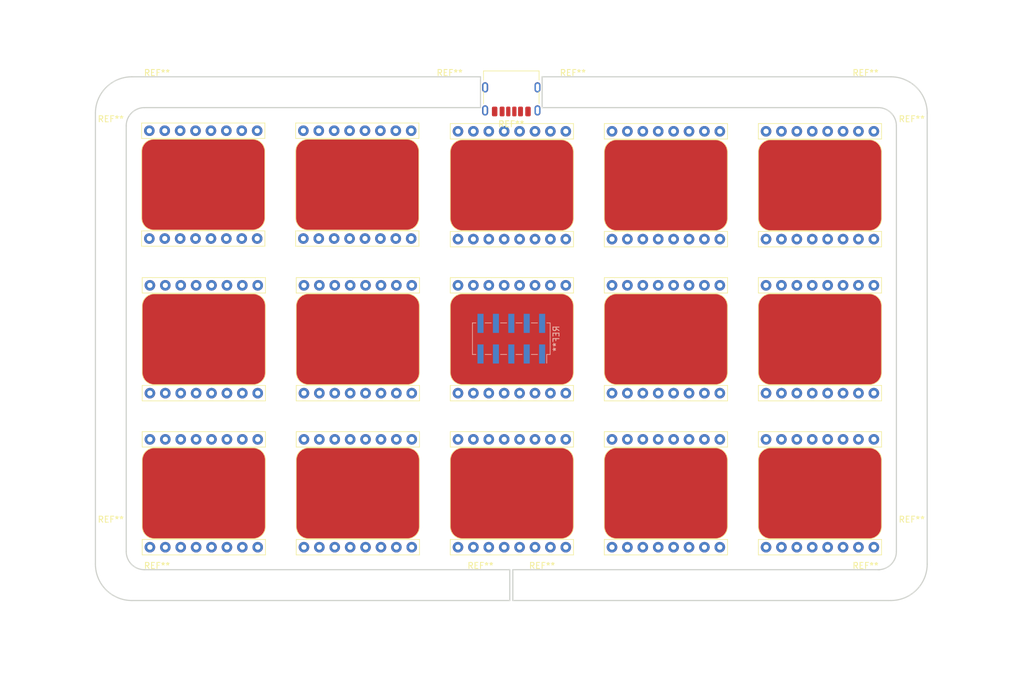
<source format=kicad_pcb>
(kicad_pcb (version 20240108) (generator "pcbnew") (generator_version "8.0")
  (title_block (title "5x3 sizing test") (date "2025-01-13") (rev "R1"))
  (layers (0 "F.Cu" signal) (31 "B.Cu" signal) (34 "B.Paste" user) (35 "F.Paste" user) (36 "B.SilkS" user "B.Silkscreen") (37 "F.SilkS" user "F.Silkscreen") (38 "B.Mask" user) (39 "F.Mask" user) (44 "Edge.Cuts" user))
  (net 0 "")
  (footprint "MountingHole:MountingHole_2.2mm_M2" (layer "F.Cu") (at 170.18 124.46)
    (property "Reference" "REF**" (at 0 -3.2 0) (layer "F.SilkS"))
    (property "Value" "MountingHole_2.2mm_M2")
    (pad "" np_thru_hole circle (at 0 0) (size 2.2 2.2) (drill 2.2) (layers "*.Cu" "*.Mask"))
  )
  (footprint "MiniBadge:MiniBadge_Slot_Reflective" (layer "F.Cu") (at 152.495 73.755)
    (property "Reference" "REF**9" (hide yes))
    (property "Value" "MiniBadge_Slot_Reflective")
    (fp_poly (pts (arc (start 20.320242 4.6667) (mid 19.734456 3.252486) (end 18.320242 2.6667)) (arc (start 2.000242 2.6667) (mid 0.586028 3.252486) (end 0.000242 4.6667)) (arc (start 0.000242 15.6527) (mid 0.586028 17.066914) (end 2.000242 17.6527)) (arc (start 18.320242 17.6527) (mid 19.734456 17.066914) (end 20.320242 15.6527))) (fill solid) (layer "F.Cu"))
    (pad "1" thru_hole circle (at 1.27 1.27) (size 1.75 1.75) (drill 0.85) (layers "*.Cu" "*.Mask"))
    (pad "2" thru_hole circle (at 3.81 1.27) (size 1.75 1.75) (drill 0.85) (layers "*.Cu" "*.Mask"))
    (pad "3" thru_hole circle (at 6.35 1.27) (size 1.75 1.75) (drill 0.85) (layers "*.Cu" "*.Mask"))
    (pad "4" thru_hole circle (at 8.89 1.27) (size 1.75 1.75) (drill 0.85) (layers "*.Cu" "*.Mask"))
    (pad "5" thru_hole circle (at 11.43 1.27) (size 1.75 1.75) (drill 0.85) (layers "*.Cu" "*.Mask"))
    (pad "6" thru_hole circle (at 13.97 1.27) (size 1.75 1.75) (drill 0.85) (layers "*.Cu" "*.Mask"))
    (pad "7" thru_hole circle (at 16.51 1.27) (size 1.75 1.75) (drill 0.85) (layers "*.Cu" "*.Mask"))
    (pad "8" thru_hole circle (at 19.05 1.27) (size 1.75 1.75) (drill 0.85) (layers "*.Cu" "*.Mask"))
    (pad "9" thru_hole circle (at 1.27 19.05) (size 1.75 1.75) (drill 0.85) (layers "*.Cu" "*.Mask"))
    (pad "10" thru_hole circle (at 3.81 19.05) (size 1.75 1.75) (drill 0.85) (layers "*.Cu" "*.Mask"))
    (pad "11" thru_hole circle (at 6.35 19.05) (size 1.75 1.75) (drill 0.85) (layers "*.Cu" "*.Mask"))
    (pad "12" thru_hole circle (at 8.89 19.05) (size 1.75 1.75) (drill 0.85) (layers "*.Cu" "*.Mask"))
    (pad "13" thru_hole circle (at 11.43 19.05) (size 1.75 1.75) (drill 0.85) (layers "*.Cu" "*.Mask"))
    (pad "14" thru_hole circle (at 13.97 19.05) (size 1.75 1.75) (drill 0.85) (layers "*.Cu" "*.Mask"))
    (pad "15" thru_hole circle (at 16.51 19.05) (size 1.75 1.75) (drill 0.85) (layers "*.Cu" "*.Mask"))
    (pad "16" thru_hole circle (at 19.05 19.05) (size 1.75 1.75) (drill 0.85) (layers "*.Cu" "*.Mask"))
  )
  (footprint "MountingHole:MountingHole_2.2mm_M2" (layer "F.Cu") (at 106.68 124.46)
    (property "Reference" "REF**" (at 0 -3.2 0) (layer "F.SilkS"))
    (property "Value" "MountingHole_2.2mm_M2")
    (pad "" np_thru_hole circle (at 0 0) (size 2.2 2.2) (drill 2.2) (layers "*.Cu" "*.Mask"))
  )
  (footprint "MiniBadge:MiniBadge_Slot_Reflective" (layer "F.Cu") (at 76.2 48.26)
    (property "Reference" "REF**1" (hide yes))
    (property "Value" "MiniBadge_Slot_Reflective")
    (fp_poly (pts (arc (start 20.320242 4.6667) (mid 19.734456 3.252486) (end 18.320242 2.6667)) (arc (start 2.000242 2.6667) (mid 0.586028 3.252486) (end 0.000242 4.6667)) (arc (start 0.000242 15.6527) (mid 0.586028 17.066914) (end 2.000242 17.6527)) (arc (start 18.320242 17.6527) (mid 19.734456 17.066914) (end 20.320242 15.6527))) (fill solid) (layer "F.Cu"))
    (pad "1" thru_hole circle (at 1.27 1.27) (size 1.75 1.75) (drill 0.85) (layers "*.Cu" "*.Mask"))
    (pad "2" thru_hole circle (at 3.81 1.27) (size 1.75 1.75) (drill 0.85) (layers "*.Cu" "*.Mask"))
    (pad "3" thru_hole circle (at 6.35 1.27) (size 1.75 1.75) (drill 0.85) (layers "*.Cu" "*.Mask"))
    (pad "4" thru_hole circle (at 8.89 1.27) (size 1.75 1.75) (drill 0.85) (layers "*.Cu" "*.Mask"))
    (pad "5" thru_hole circle (at 11.43 1.27) (size 1.75 1.75) (drill 0.85) (layers "*.Cu" "*.Mask"))
    (pad "6" thru_hole circle (at 13.97 1.27) (size 1.75 1.75) (drill 0.85) (layers "*.Cu" "*.Mask"))
    (pad "7" thru_hole circle (at 16.51 1.27) (size 1.75 1.75) (drill 0.85) (layers "*.Cu" "*.Mask"))
    (pad "8" thru_hole circle (at 19.05 1.27) (size 1.75 1.75) (drill 0.85) (layers "*.Cu" "*.Mask"))
    (pad "9" thru_hole circle (at 1.27 19.05) (size 1.75 1.75) (drill 0.85) (layers "*.Cu" "*.Mask"))
    (pad "10" thru_hole circle (at 3.81 19.05) (size 1.75 1.75) (drill 0.85) (layers "*.Cu" "*.Mask"))
    (pad "11" thru_hole circle (at 6.35 19.05) (size 1.75 1.75) (drill 0.85) (layers "*.Cu" "*.Mask"))
    (pad "12" thru_hole circle (at 8.89 19.05) (size 1.75 1.75) (drill 0.85) (layers "*.Cu" "*.Mask"))
    (pad "13" thru_hole circle (at 11.43 19.05) (size 1.75 1.75) (drill 0.85) (layers "*.Cu" "*.Mask"))
    (pad "14" thru_hole circle (at 13.97 19.05) (size 1.75 1.75) (drill 0.85) (layers "*.Cu" "*.Mask"))
    (pad "15" thru_hole circle (at 16.51 19.05) (size 1.75 1.75) (drill 0.85) (layers "*.Cu" "*.Mask"))
    (pad "16" thru_hole circle (at 19.05 19.05) (size 1.75 1.75) (drill 0.85) (layers "*.Cu" "*.Mask"))
  )
  (footprint "MountingHole:MountingHole_2.2mm_M2" (layer "F.Cu") (at 53.34 43.18)
    (property "Reference" "REF**" (at 0 -3.2 0) (layer "F.SilkS"))
    (property "Value" "MountingHole_2.2mm_M2")
    (pad "" np_thru_hole circle (at 0 0) (size 2.2 2.2) (drill 2.2) (layers "*.Cu" "*.Mask"))
  )
  (footprint "MountingHole:MountingHole_2.2mm_M2" (layer "F.Cu") (at 45.72 50.8)
    (property "Reference" "REF**" (at 0 -3.2 0) (layer "F.SilkS"))
    (property "Value" "MountingHole_2.2mm_M2")
    (pad "" np_thru_hole circle (at 0 0) (size 2.2 2.2) (drill 2.2) (layers "*.Cu" "*.Mask"))
  )
  (footprint "MiniBadge:MiniBadge_Slot_Reflective" (layer "F.Cu") (at 76.295 73.755)
    (property "Reference" "REF**6" (hide yes))
    (property "Value" "MiniBadge_Slot_Reflective")
    (fp_poly (pts (arc (start 20.320242 4.6667) (mid 19.734456 3.252486) (end 18.320242 2.6667)) (arc (start 2.000242 2.6667) (mid 0.586028 3.252486) (end 0.000242 4.6667)) (arc (start 0.000242 15.6527) (mid 0.586028 17.066914) (end 2.000242 17.6527)) (arc (start 18.320242 17.6527) (mid 19.734456 17.066914) (end 20.320242 15.6527))) (fill solid) (layer "F.Cu"))
    (pad "1" thru_hole circle (at 1.27 1.27) (size 1.75 1.75) (drill 0.85) (layers "*.Cu" "*.Mask"))
    (pad "2" thru_hole circle (at 3.81 1.27) (size 1.75 1.75) (drill 0.85) (layers "*.Cu" "*.Mask"))
    (pad "3" thru_hole circle (at 6.35 1.27) (size 1.75 1.75) (drill 0.85) (layers "*.Cu" "*.Mask"))
    (pad "4" thru_hole circle (at 8.89 1.27) (size 1.75 1.75) (drill 0.85) (layers "*.Cu" "*.Mask"))
    (pad "5" thru_hole circle (at 11.43 1.27) (size 1.75 1.75) (drill 0.85) (layers "*.Cu" "*.Mask"))
    (pad "6" thru_hole circle (at 13.97 1.27) (size 1.75 1.75) (drill 0.85) (layers "*.Cu" "*.Mask"))
    (pad "7" thru_hole circle (at 16.51 1.27) (size 1.75 1.75) (drill 0.85) (layers "*.Cu" "*.Mask"))
    (pad "8" thru_hole circle (at 19.05 1.27) (size 1.75 1.75) (drill 0.85) (layers "*.Cu" "*.Mask"))
    (pad "9" thru_hole circle (at 1.27 19.05) (size 1.75 1.75) (drill 0.85) (layers "*.Cu" "*.Mask"))
    (pad "10" thru_hole circle (at 3.81 19.05) (size 1.75 1.75) (drill 0.85) (layers "*.Cu" "*.Mask"))
    (pad "11" thru_hole circle (at 6.35 19.05) (size 1.75 1.75) (drill 0.85) (layers "*.Cu" "*.Mask"))
    (pad "12" thru_hole circle (at 8.89 19.05) (size 1.75 1.75) (drill 0.85) (layers "*.Cu" "*.Mask"))
    (pad "13" thru_hole circle (at 11.43 19.05) (size 1.75 1.75) (drill 0.85) (layers "*.Cu" "*.Mask"))
    (pad "14" thru_hole circle (at 13.97 19.05) (size 1.75 1.75) (drill 0.85) (layers "*.Cu" "*.Mask"))
    (pad "15" thru_hole circle (at 16.51 19.05) (size 1.75 1.75) (drill 0.85) (layers "*.Cu" "*.Mask"))
    (pad "16" thru_hole circle (at 19.05 19.05) (size 1.75 1.75) (drill 0.85) (layers "*.Cu" "*.Mask"))
  )
  (footprint "MountingHole:MountingHole_2.2mm_M2" (layer "F.Cu") (at 121.92 43.18)
    (property "Reference" "REF**" (at 0 -3.2 0) (layer "F.SilkS"))
    (property "Value" "MountingHole_2.2mm_M2")
    (pad "" np_thru_hole circle (at 0 0) (size 2.2 2.2) (drill 2.2) (layers "*.Cu" "*.Mask"))
  )
  (footprint "MountingHole:MountingHole_2.2mm_M2" (layer "F.Cu") (at 177.8 116.84)
    (property "Reference" "REF**" (at 0 -3.2 0) (layer "F.SilkS"))
    (property "Value" "MountingHole_2.2mm_M2")
    (pad "" np_thru_hole circle (at 0 0) (size 2.2 2.2) (drill 2.2) (layers "*.Cu" "*.Mask"))
  )
  (footprint "MountingHole:MountingHole_2.2mm_M2" (layer "F.Cu") (at 101.6 43.18)
    (property "Reference" "REF**" (at 0 -3.2 0) (layer "F.SilkS"))
    (property "Value" "MountingHole_2.2mm_M2")
    (pad "" np_thru_hole circle (at 0 0) (size 2.2 2.2) (drill 2.2) (layers "*.Cu" "*.Mask"))
  )
  (footprint "MountingHole:MountingHole_2.2mm_M2" (layer "F.Cu") (at 116.84 124.46)
    (property "Reference" "REF**" (at 0 -3.2 0) (layer "F.SilkS"))
    (property "Value" "MountingHole_2.2mm_M2")
    (pad "" np_thru_hole circle (at 0 0) (size 2.2 2.2) (drill 2.2) (layers "*.Cu" "*.Mask"))
  )
  (footprint "MountingHole:MountingHole_2.2mm_M2" (layer "F.Cu") (at 45.72 116.84)
    (property "Reference" "REF**" (at 0 -3.2 0) (layer "F.SilkS"))
    (property "Value" "MountingHole_2.2mm_M2")
    (pad "" np_thru_hole circle (at 0 0) (size 2.2 2.2) (drill 2.2) (layers "*.Cu" "*.Mask"))
  )
  (footprint "MiniBadge:MiniBadge_Slot_Reflective" (layer "F.Cu") (at 50.895 73.755)
    (property "Reference" "REF**5" (hide yes))
    (property "Value" "MiniBadge_Slot_Reflective")
    (fp_poly (pts (arc (start 20.320242 4.6667) (mid 19.734456 3.252486) (end 18.320242 2.6667)) (arc (start 2.000242 2.6667) (mid 0.586028 3.252486) (end 0.000242 4.6667)) (arc (start 0.000242 15.6527) (mid 0.586028 17.066914) (end 2.000242 17.6527)) (arc (start 18.320242 17.6527) (mid 19.734456 17.066914) (end 20.320242 15.6527))) (fill solid) (layer "F.Cu"))
    (pad "1" thru_hole circle (at 1.27 1.27) (size 1.75 1.75) (drill 0.85) (layers "*.Cu" "*.Mask"))
    (pad "2" thru_hole circle (at 3.81 1.27) (size 1.75 1.75) (drill 0.85) (layers "*.Cu" "*.Mask"))
    (pad "3" thru_hole circle (at 6.35 1.27) (size 1.75 1.75) (drill 0.85) (layers "*.Cu" "*.Mask"))
    (pad "4" thru_hole circle (at 8.89 1.27) (size 1.75 1.75) (drill 0.85) (layers "*.Cu" "*.Mask"))
    (pad "5" thru_hole circle (at 11.43 1.27) (size 1.75 1.75) (drill 0.85) (layers "*.Cu" "*.Mask"))
    (pad "6" thru_hole circle (at 13.97 1.27) (size 1.75 1.75) (drill 0.85) (layers "*.Cu" "*.Mask"))
    (pad "7" thru_hole circle (at 16.51 1.27) (size 1.75 1.75) (drill 0.85) (layers "*.Cu" "*.Mask"))
    (pad "8" thru_hole circle (at 19.05 1.27) (size 1.75 1.75) (drill 0.85) (layers "*.Cu" "*.Mask"))
    (pad "9" thru_hole circle (at 1.27 19.05) (size 1.75 1.75) (drill 0.85) (layers "*.Cu" "*.Mask"))
    (pad "10" thru_hole circle (at 3.81 19.05) (size 1.75 1.75) (drill 0.85) (layers "*.Cu" "*.Mask"))
    (pad "11" thru_hole circle (at 6.35 19.05) (size 1.75 1.75) (drill 0.85) (layers "*.Cu" "*.Mask"))
    (pad "12" thru_hole circle (at 8.89 19.05) (size 1.75 1.75) (drill 0.85) (layers "*.Cu" "*.Mask"))
    (pad "13" thru_hole circle (at 11.43 19.05) (size 1.75 1.75) (drill 0.85) (layers "*.Cu" "*.Mask"))
    (pad "14" thru_hole circle (at 13.97 19.05) (size 1.75 1.75) (drill 0.85) (layers "*.Cu" "*.Mask"))
    (pad "15" thru_hole circle (at 16.51 19.05) (size 1.75 1.75) (drill 0.85) (layers "*.Cu" "*.Mask"))
    (pad "16" thru_hole circle (at 19.05 19.05) (size 1.75 1.75) (drill 0.85) (layers "*.Cu" "*.Mask"))
  )
  (footprint "Connector_USB:USB_C_Receptacle_HRO_TYPE-C-31-M-17" (layer "F.Cu") (at 111.76 43.18 180)
    (property "Reference" "REF**" (at 0 -5.25 360) (layer "F.SilkS"))
    (property "Value" "USB_C_Receptacle_HRO_TYPE-C-31-M-17")
    (pad "A5" smd roundrect (at -0.5 -3.18 180) (size 0.7 1.6) (layers "F.Cu" "F.Paste" "F.Mask"))
    (pad "A9" smd roundrect (at 1.52 -3.18 180) (size 0.8 1.6) (layers "F.Cu" "F.Paste" "F.Mask"))
    (pad "A12" smd roundrect (at 2.75 -3.18 180) (size 0.9 1.6) (layers "F.Cu" "F.Paste" "F.Mask"))
    (pad "B5" smd roundrect (at 0.5 -3.18 180) (size 0.7 1.6) (layers "F.Cu" "F.Paste" "F.Mask"))
    (pad "B9" smd roundrect (at -1.52 -3.18 180) (size 0.8 1.6) (layers "F.Cu" "F.Paste" "F.Mask"))
    (pad "B12" smd roundrect (at -2.75 -3.18 180) (size 0.9 1.6) (layers "F.Cu" "F.Paste" "F.Mask"))
    (pad "S1" thru_hole oval (at -4.32 -3 180) (size 1 1.7) (drill oval 0.5 1.2) (property pad_prop_heatsink) (layers "*.Cu" "*.Mask"))
    (pad "S1" thru_hole oval (at -4.32 0.8 180) (size 1 1.7) (drill oval 0.5 1.2) (property pad_prop_heatsink) (layers "*.Cu" "*.Mask"))
    (pad "S1" thru_hole oval (at 4.32 -3 180) (size 1 1.7) (drill oval 0.5 1.2) (property pad_prop_heatsink) (layers "*.Cu" "*.Mask"))
    (pad "S1" thru_hole oval (at 4.32 0.8 180) (size 1 1.7) (drill oval 0.5 1.2) (property pad_prop_heatsink) (layers "*.Cu" "*.Mask"))
  )
  (footprint "MiniBadge:MiniBadge_Slot_Reflective" (layer "F.Cu") (at 50.8 48.26)
    (property "Reference" "REF**" (hide yes))
    (property "Value" "MiniBadge_Slot_Reflective")
    (fp_poly (pts (arc (start 20.320242 4.6667) (mid 19.734456 3.252486) (end 18.320242 2.6667)) (arc (start 2.000242 2.6667) (mid 0.586028 3.252486) (end 0.000242 4.6667)) (arc (start 0.000242 15.6527) (mid 0.586028 17.066914) (end 2.000242 17.6527)) (arc (start 18.320242 17.6527) (mid 19.734456 17.066914) (end 20.320242 15.6527))) (fill solid) (layer "F.Cu"))
    (pad "1" thru_hole circle (at 1.27 1.27) (size 1.75 1.75) (drill 0.85) (layers "*.Cu" "*.Mask"))
    (pad "2" thru_hole circle (at 3.81 1.27) (size 1.75 1.75) (drill 0.85) (layers "*.Cu" "*.Mask"))
    (pad "3" thru_hole circle (at 6.35 1.27) (size 1.75 1.75) (drill 0.85) (layers "*.Cu" "*.Mask"))
    (pad "4" thru_hole circle (at 8.89 1.27) (size 1.75 1.75) (drill 0.85) (layers "*.Cu" "*.Mask"))
    (pad "5" thru_hole circle (at 11.43 1.27) (size 1.75 1.75) (drill 0.85) (layers "*.Cu" "*.Mask"))
    (pad "6" thru_hole circle (at 13.97 1.27) (size 1.75 1.75) (drill 0.85) (layers "*.Cu" "*.Mask"))
    (pad "7" thru_hole circle (at 16.51 1.27) (size 1.75 1.75) (drill 0.85) (layers "*.Cu" "*.Mask"))
    (pad "8" thru_hole circle (at 19.05 1.27) (size 1.75 1.75) (drill 0.85) (layers "*.Cu" "*.Mask"))
    (pad "9" thru_hole circle (at 1.27 19.05) (size 1.75 1.75) (drill 0.85) (layers "*.Cu" "*.Mask"))
    (pad "10" thru_hole circle (at 3.81 19.05) (size 1.75 1.75) (drill 0.85) (layers "*.Cu" "*.Mask"))
    (pad "11" thru_hole circle (at 6.35 19.05) (size 1.75 1.75) (drill 0.85) (layers "*.Cu" "*.Mask"))
    (pad "12" thru_hole circle (at 8.89 19.05) (size 1.75 1.75) (drill 0.85) (layers "*.Cu" "*.Mask"))
    (pad "13" thru_hole circle (at 11.43 19.05) (size 1.75 1.75) (drill 0.85) (layers "*.Cu" "*.Mask"))
    (pad "14" thru_hole circle (at 13.97 19.05) (size 1.75 1.75) (drill 0.85) (layers "*.Cu" "*.Mask"))
    (pad "15" thru_hole circle (at 16.51 19.05) (size 1.75 1.75) (drill 0.85) (layers "*.Cu" "*.Mask"))
    (pad "16" thru_hole circle (at 19.05 19.05) (size 1.75 1.75) (drill 0.85) (layers "*.Cu" "*.Mask"))
  )
  (footprint "MiniBadge:MiniBadge_Slot_Reflective" (layer "F.Cu") (at 127.095 99.155)
    (property "Reference" "REF**13" (hide yes))
    (property "Value" "MiniBadge_Slot_Reflective")
    (fp_poly (pts (arc (start 20.320242 4.6667) (mid 19.734456 3.252486) (end 18.320242 2.6667)) (arc (start 2.000242 2.6667) (mid 0.586028 3.252486) (end 0.000242 4.6667)) (arc (start 0.000242 15.6527) (mid 0.586028 17.066914) (end 2.000242 17.6527)) (arc (start 18.320242 17.6527) (mid 19.734456 17.066914) (end 20.320242 15.6527))) (fill solid) (layer "F.Cu"))
    (pad "1" thru_hole circle (at 1.27 1.27) (size 1.75 1.75) (drill 0.85) (layers "*.Cu" "*.Mask"))
    (pad "2" thru_hole circle (at 3.81 1.27) (size 1.75 1.75) (drill 0.85) (layers "*.Cu" "*.Mask"))
    (pad "3" thru_hole circle (at 6.35 1.27) (size 1.75 1.75) (drill 0.85) (layers "*.Cu" "*.Mask"))
    (pad "4" thru_hole circle (at 8.89 1.27) (size 1.75 1.75) (drill 0.85) (layers "*.Cu" "*.Mask"))
    (pad "5" thru_hole circle (at 11.43 1.27) (size 1.75 1.75) (drill 0.85) (layers "*.Cu" "*.Mask"))
    (pad "6" thru_hole circle (at 13.97 1.27) (size 1.75 1.75) (drill 0.85) (layers "*.Cu" "*.Mask"))
    (pad "7" thru_hole circle (at 16.51 1.27) (size 1.75 1.75) (drill 0.85) (layers "*.Cu" "*.Mask"))
    (pad "8" thru_hole circle (at 19.05 1.27) (size 1.75 1.75) (drill 0.85) (layers "*.Cu" "*.Mask"))
    (pad "9" thru_hole circle (at 1.27 19.05) (size 1.75 1.75) (drill 0.85) (layers "*.Cu" "*.Mask"))
    (pad "10" thru_hole circle (at 3.81 19.05) (size 1.75 1.75) (drill 0.85) (layers "*.Cu" "*.Mask"))
    (pad "11" thru_hole circle (at 6.35 19.05) (size 1.75 1.75) (drill 0.85) (layers "*.Cu" "*.Mask"))
    (pad "12" thru_hole circle (at 8.89 19.05) (size 1.75 1.75) (drill 0.85) (layers "*.Cu" "*.Mask"))
    (pad "13" thru_hole circle (at 11.43 19.05) (size 1.75 1.75) (drill 0.85) (layers "*.Cu" "*.Mask"))
    (pad "14" thru_hole circle (at 13.97 19.05) (size 1.75 1.75) (drill 0.85) (layers "*.Cu" "*.Mask"))
    (pad "15" thru_hole circle (at 16.51 19.05) (size 1.75 1.75) (drill 0.85) (layers "*.Cu" "*.Mask"))
    (pad "16" thru_hole circle (at 19.05 19.05) (size 1.75 1.75) (drill 0.85) (layers "*.Cu" "*.Mask"))
  )
  (footprint "MiniBadge:MiniBadge_Slot_Reflective" (layer "F.Cu") (at 76.295 99.155)
    (property "Reference" "REF**11" (hide yes))
    (property "Value" "MiniBadge_Slot_Reflective")
    (fp_poly (pts (arc (start 20.320242 4.6667) (mid 19.734456 3.252486) (end 18.320242 2.6667)) (arc (start 2.000242 2.6667) (mid 0.586028 3.252486) (end 0.000242 4.6667)) (arc (start 0.000242 15.6527) (mid 0.586028 17.066914) (end 2.000242 17.6527)) (arc (start 18.320242 17.6527) (mid 19.734456 17.066914) (end 20.320242 15.6527))) (fill solid) (layer "F.Cu"))
    (pad "1" thru_hole circle (at 1.27 1.27) (size 1.75 1.75) (drill 0.85) (layers "*.Cu" "*.Mask"))
    (pad "2" thru_hole circle (at 3.81 1.27) (size 1.75 1.75) (drill 0.85) (layers "*.Cu" "*.Mask"))
    (pad "3" thru_hole circle (at 6.35 1.27) (size 1.75 1.75) (drill 0.85) (layers "*.Cu" "*.Mask"))
    (pad "4" thru_hole circle (at 8.89 1.27) (size 1.75 1.75) (drill 0.85) (layers "*.Cu" "*.Mask"))
    (pad "5" thru_hole circle (at 11.43 1.27) (size 1.75 1.75) (drill 0.85) (layers "*.Cu" "*.Mask"))
    (pad "6" thru_hole circle (at 13.97 1.27) (size 1.75 1.75) (drill 0.85) (layers "*.Cu" "*.Mask"))
    (pad "7" thru_hole circle (at 16.51 1.27) (size 1.75 1.75) (drill 0.85) (layers "*.Cu" "*.Mask"))
    (pad "8" thru_hole circle (at 19.05 1.27) (size 1.75 1.75) (drill 0.85) (layers "*.Cu" "*.Mask"))
    (pad "9" thru_hole circle (at 1.27 19.05) (size 1.75 1.75) (drill 0.85) (layers "*.Cu" "*.Mask"))
    (pad "10" thru_hole circle (at 3.81 19.05) (size 1.75 1.75) (drill 0.85) (layers "*.Cu" "*.Mask"))
    (pad "11" thru_hole circle (at 6.35 19.05) (size 1.75 1.75) (drill 0.85) (layers "*.Cu" "*.Mask"))
    (pad "12" thru_hole circle (at 8.89 19.05) (size 1.75 1.75) (drill 0.85) (layers "*.Cu" "*.Mask"))
    (pad "13" thru_hole circle (at 11.43 19.05) (size 1.75 1.75) (drill 0.85) (layers "*.Cu" "*.Mask"))
    (pad "14" thru_hole circle (at 13.97 19.05) (size 1.75 1.75) (drill 0.85) (layers "*.Cu" "*.Mask"))
    (pad "15" thru_hole circle (at 16.51 19.05) (size 1.75 1.75) (drill 0.85) (layers "*.Cu" "*.Mask"))
    (pad "16" thru_hole circle (at 19.05 19.05) (size 1.75 1.75) (drill 0.85) (layers "*.Cu" "*.Mask"))
  )
  (footprint "MountingHole:MountingHole_2.2mm_M2" (layer "F.Cu") (at 170.18 43.18)
    (property "Reference" "REF**" (at 0 -3.2 0) (layer "F.SilkS"))
    (property "Value" "MountingHole_2.2mm_M2")
    (pad "" np_thru_hole circle (at 0 0) (size 2.2 2.2) (drill 2.2) (layers "*.Cu" "*.Mask"))
  )
  (footprint "MiniBadge:MiniBadge_Slot_Reflective" (layer "F.Cu") (at 152.495 48.355)
    (property "Reference" "REF**4" (hide yes))
    (property "Value" "MiniBadge_Slot_Reflective")
    (fp_poly (pts (arc (start 20.320242 4.6667) (mid 19.734456 3.252486) (end 18.320242 2.6667)) (arc (start 2.000242 2.6667) (mid 0.586028 3.252486) (end 0.000242 4.6667)) (arc (start 0.000242 15.6527) (mid 0.586028 17.066914) (end 2.000242 17.6527)) (arc (start 18.320242 17.6527) (mid 19.734456 17.066914) (end 20.320242 15.6527))) (fill solid) (layer "F.Cu"))
    (pad "1" thru_hole circle (at 1.27 1.27) (size 1.75 1.75) (drill 0.85) (layers "*.Cu" "*.Mask"))
    (pad "2" thru_hole circle (at 3.81 1.27) (size 1.75 1.75) (drill 0.85) (layers "*.Cu" "*.Mask"))
    (pad "3" thru_hole circle (at 6.35 1.27) (size 1.75 1.75) (drill 0.85) (layers "*.Cu" "*.Mask"))
    (pad "4" thru_hole circle (at 8.89 1.27) (size 1.75 1.75) (drill 0.85) (layers "*.Cu" "*.Mask"))
    (pad "5" thru_hole circle (at 11.43 1.27) (size 1.75 1.75) (drill 0.85) (layers "*.Cu" "*.Mask"))
    (pad "6" thru_hole circle (at 13.97 1.27) (size 1.75 1.75) (drill 0.85) (layers "*.Cu" "*.Mask"))
    (pad "7" thru_hole circle (at 16.51 1.27) (size 1.75 1.75) (drill 0.85) (layers "*.Cu" "*.Mask"))
    (pad "8" thru_hole circle (at 19.05 1.27) (size 1.75 1.75) (drill 0.85) (layers "*.Cu" "*.Mask"))
    (pad "9" thru_hole circle (at 1.27 19.05) (size 1.75 1.75) (drill 0.85) (layers "*.Cu" "*.Mask"))
    (pad "10" thru_hole circle (at 3.81 19.05) (size 1.75 1.75) (drill 0.85) (layers "*.Cu" "*.Mask"))
    (pad "11" thru_hole circle (at 6.35 19.05) (size 1.75 1.75) (drill 0.85) (layers "*.Cu" "*.Mask"))
    (pad "12" thru_hole circle (at 8.89 19.05) (size 1.75 1.75) (drill 0.85) (layers "*.Cu" "*.Mask"))
    (pad "13" thru_hole circle (at 11.43 19.05) (size 1.75 1.75) (drill 0.85) (layers "*.Cu" "*.Mask"))
    (pad "14" thru_hole circle (at 13.97 19.05) (size 1.75 1.75) (drill 0.85) (layers "*.Cu" "*.Mask"))
    (pad "15" thru_hole circle (at 16.51 19.05) (size 1.75 1.75) (drill 0.85) (layers "*.Cu" "*.Mask"))
    (pad "16" thru_hole circle (at 19.05 19.05) (size 1.75 1.75) (drill 0.85) (layers "*.Cu" "*.Mask"))
  )
  (footprint "MiniBadge:MiniBadge_Slot_Reflective" (layer "F.Cu") (at 101.695 99.155)
    (property "Reference" "REF**12" (hide yes))
    (property "Value" "MiniBadge_Slot_Reflective")
    (fp_poly (pts (arc (start 20.320242 4.6667) (mid 19.734456 3.252486) (end 18.320242 2.6667)) (arc (start 2.000242 2.6667) (mid 0.586028 3.252486) (end 0.000242 4.6667)) (arc (start 0.000242 15.6527) (mid 0.586028 17.066914) (end 2.000242 17.6527)) (arc (start 18.320242 17.6527) (mid 19.734456 17.066914) (end 20.320242 15.6527))) (fill solid) (layer "F.Cu"))
    (pad "1" thru_hole circle (at 1.27 1.27) (size 1.75 1.75) (drill 0.85) (layers "*.Cu" "*.Mask"))
    (pad "2" thru_hole circle (at 3.81 1.27) (size 1.75 1.75) (drill 0.85) (layers "*.Cu" "*.Mask"))
    (pad "3" thru_hole circle (at 6.35 1.27) (size 1.75 1.75) (drill 0.85) (layers "*.Cu" "*.Mask"))
    (pad "4" thru_hole circle (at 8.89 1.27) (size 1.75 1.75) (drill 0.85) (layers "*.Cu" "*.Mask"))
    (pad "5" thru_hole circle (at 11.43 1.27) (size 1.75 1.75) (drill 0.85) (layers "*.Cu" "*.Mask"))
    (pad "6" thru_hole circle (at 13.97 1.27) (size 1.75 1.75) (drill 0.85) (layers "*.Cu" "*.Mask"))
    (pad "7" thru_hole circle (at 16.51 1.27) (size 1.75 1.75) (drill 0.85) (layers "*.Cu" "*.Mask"))
    (pad "8" thru_hole circle (at 19.05 1.27) (size 1.75 1.75) (drill 0.85) (layers "*.Cu" "*.Mask"))
    (pad "9" thru_hole circle (at 1.27 19.05) (size 1.75 1.75) (drill 0.85) (layers "*.Cu" "*.Mask"))
    (pad "10" thru_hole circle (at 3.81 19.05) (size 1.75 1.75) (drill 0.85) (layers "*.Cu" "*.Mask"))
    (pad "11" thru_hole circle (at 6.35 19.05) (size 1.75 1.75) (drill 0.85) (layers "*.Cu" "*.Mask"))
    (pad "12" thru_hole circle (at 8.89 19.05) (size 1.75 1.75) (drill 0.85) (layers "*.Cu" "*.Mask"))
    (pad "13" thru_hole circle (at 11.43 19.05) (size 1.75 1.75) (drill 0.85) (layers "*.Cu" "*.Mask"))
    (pad "14" thru_hole circle (at 13.97 19.05) (size 1.75 1.75) (drill 0.85) (layers "*.Cu" "*.Mask"))
    (pad "15" thru_hole circle (at 16.51 19.05) (size 1.75 1.75) (drill 0.85) (layers "*.Cu" "*.Mask"))
    (pad "16" thru_hole circle (at 19.05 19.05) (size 1.75 1.75) (drill 0.85) (layers "*.Cu" "*.Mask"))
  )
  (footprint "MiniBadge:MiniBadge_Slot_Reflective" (layer "F.Cu") (at 101.695 73.755)
    (property "Reference" "REF**7" (hide yes))
    (property "Value" "MiniBadge_Slot_Reflective")
    (fp_poly (pts (arc (start 20.320242 4.6667) (mid 19.734456 3.252486) (end 18.320242 2.6667)) (arc (start 2.000242 2.6667) (mid 0.586028 3.252486) (end 0.000242 4.6667)) (arc (start 0.000242 15.6527) (mid 0.586028 17.066914) (end 2.000242 17.6527)) (arc (start 18.320242 17.6527) (mid 19.734456 17.066914) (end 20.320242 15.6527))) (fill solid) (layer "F.Cu"))
    (pad "1" thru_hole circle (at 1.27 1.27) (size 1.75 1.75) (drill 0.85) (layers "*.Cu" "*.Mask"))
    (pad "2" thru_hole circle (at 3.81 1.27) (size 1.75 1.75) (drill 0.85) (layers "*.Cu" "*.Mask"))
    (pad "3" thru_hole circle (at 6.35 1.27) (size 1.75 1.75) (drill 0.85) (layers "*.Cu" "*.Mask"))
    (pad "4" thru_hole circle (at 8.89 1.27) (size 1.75 1.75) (drill 0.85) (layers "*.Cu" "*.Mask"))
    (pad "5" thru_hole circle (at 11.43 1.27) (size 1.75 1.75) (drill 0.85) (layers "*.Cu" "*.Mask"))
    (pad "6" thru_hole circle (at 13.97 1.27) (size 1.75 1.75) (drill 0.85) (layers "*.Cu" "*.Mask"))
    (pad "7" thru_hole circle (at 16.51 1.27) (size 1.75 1.75) (drill 0.85) (layers "*.Cu" "*.Mask"))
    (pad "8" thru_hole circle (at 19.05 1.27) (size 1.75 1.75) (drill 0.85) (layers "*.Cu" "*.Mask"))
    (pad "9" thru_hole circle (at 1.27 19.05) (size 1.75 1.75) (drill 0.85) (layers "*.Cu" "*.Mask"))
    (pad "10" thru_hole circle (at 3.81 19.05) (size 1.75 1.75) (drill 0.85) (layers "*.Cu" "*.Mask"))
    (pad "11" thru_hole circle (at 6.35 19.05) (size 1.75 1.75) (drill 0.85) (layers "*.Cu" "*.Mask"))
    (pad "12" thru_hole circle (at 8.89 19.05) (size 1.75 1.75) (drill 0.85) (layers "*.Cu" "*.Mask"))
    (pad "13" thru_hole circle (at 11.43 19.05) (size 1.75 1.75) (drill 0.85) (layers "*.Cu" "*.Mask"))
    (pad "14" thru_hole circle (at 13.97 19.05) (size 1.75 1.75) (drill 0.85) (layers "*.Cu" "*.Mask"))
    (pad "15" thru_hole circle (at 16.51 19.05) (size 1.75 1.75) (drill 0.85) (layers "*.Cu" "*.Mask"))
    (pad "16" thru_hole circle (at 19.05 19.05) (size 1.75 1.75) (drill 0.85) (layers "*.Cu" "*.Mask"))
  )
  (footprint "MountingHole:MountingHole_2.2mm_M2" (layer "F.Cu") (at 177.8 50.8)
    (property "Reference" "REF**" (at 0 -3.2 0) (layer "F.SilkS"))
    (property "Value" "MountingHole_2.2mm_M2")
    (pad "" np_thru_hole circle (at 0 0) (size 2.2 2.2) (drill 2.2) (layers "*.Cu" "*.Mask"))
  )
  (footprint "MiniBadge:MiniBadge_Slot_Reflective" (layer "F.Cu") (at 152.495 99.155)
    (property "Reference" "REF**14" (hide yes))
    (property "Value" "MiniBadge_Slot_Reflective")
    (fp_poly (pts (arc (start 20.320242 4.6667) (mid 19.734456 3.252486) (end 18.320242 2.6667)) (arc (start 2.000242 2.6667) (mid 0.586028 3.252486) (end 0.000242 4.6667)) (arc (start 0.000242 15.6527) (mid 0.586028 17.066914) (end 2.000242 17.6527)) (arc (start 18.320242 17.6527) (mid 19.734456 17.066914) (end 20.320242 15.6527))) (fill solid) (layer "F.Cu"))
    (pad "1" thru_hole circle (at 1.27 1.27) (size 1.75 1.75) (drill 0.85) (layers "*.Cu" "*.Mask"))
    (pad "2" thru_hole circle (at 3.81 1.27) (size 1.75 1.75) (drill 0.85) (layers "*.Cu" "*.Mask"))
    (pad "3" thru_hole circle (at 6.35 1.27) (size 1.75 1.75) (drill 0.85) (layers "*.Cu" "*.Mask"))
    (pad "4" thru_hole circle (at 8.89 1.27) (size 1.75 1.75) (drill 0.85) (layers "*.Cu" "*.Mask"))
    (pad "5" thru_hole circle (at 11.43 1.27) (size 1.75 1.75) (drill 0.85) (layers "*.Cu" "*.Mask"))
    (pad "6" thru_hole circle (at 13.97 1.27) (size 1.75 1.75) (drill 0.85) (layers "*.Cu" "*.Mask"))
    (pad "7" thru_hole circle (at 16.51 1.27) (size 1.75 1.75) (drill 0.85) (layers "*.Cu" "*.Mask"))
    (pad "8" thru_hole circle (at 19.05 1.27) (size 1.75 1.75) (drill 0.85) (layers "*.Cu" "*.Mask"))
    (pad "9" thru_hole circle (at 1.27 19.05) (size 1.75 1.75) (drill 0.85) (layers "*.Cu" "*.Mask"))
    (pad "10" thru_hole circle (at 3.81 19.05) (size 1.75 1.75) (drill 0.85) (layers "*.Cu" "*.Mask"))
    (pad "11" thru_hole circle (at 6.35 19.05) (size 1.75 1.75) (drill 0.85) (layers "*.Cu" "*.Mask"))
    (pad "12" thru_hole circle (at 8.89 19.05) (size 1.75 1.75) (drill 0.85) (layers "*.Cu" "*.Mask"))
    (pad "13" thru_hole circle (at 11.43 19.05) (size 1.75 1.75) (drill 0.85) (layers "*.Cu" "*.Mask"))
    (pad "14" thru_hole circle (at 13.97 19.05) (size 1.75 1.75) (drill 0.85) (layers "*.Cu" "*.Mask"))
    (pad "15" thru_hole circle (at 16.51 19.05) (size 1.75 1.75) (drill 0.85) (layers "*.Cu" "*.Mask"))
    (pad "16" thru_hole circle (at 19.05 19.05) (size 1.75 1.75) (drill 0.85) (layers "*.Cu" "*.Mask"))
  )
  (footprint "MiniBadge:MiniBadge_Slot_Reflective" (layer "F.Cu") (at 50.895 99.155)
    (property "Reference" "REF**10" (hide yes))
    (property "Value" "MiniBadge_Slot_Reflective")
    (fp_poly (pts (arc (start 20.320242 4.6667) (mid 19.734456 3.252486) (end 18.320242 2.6667)) (arc (start 2.000242 2.6667) (mid 0.586028 3.252486) (end 0.000242 4.6667)) (arc (start 0.000242 15.6527) (mid 0.586028 17.066914) (end 2.000242 17.6527)) (arc (start 18.320242 17.6527) (mid 19.734456 17.066914) (end 20.320242 15.6527))) (fill solid) (layer "F.Cu"))
    (pad "1" thru_hole circle (at 1.27 1.27) (size 1.75 1.75) (drill 0.85) (layers "*.Cu" "*.Mask"))
    (pad "2" thru_hole circle (at 3.81 1.27) (size 1.75 1.75) (drill 0.85) (layers "*.Cu" "*.Mask"))
    (pad "3" thru_hole circle (at 6.35 1.27) (size 1.75 1.75) (drill 0.85) (layers "*.Cu" "*.Mask"))
    (pad "4" thru_hole circle (at 8.89 1.27) (size 1.75 1.75) (drill 0.85) (layers "*.Cu" "*.Mask"))
    (pad "5" thru_hole circle (at 11.43 1.27) (size 1.75 1.75) (drill 0.85) (layers "*.Cu" "*.Mask"))
    (pad "6" thru_hole circle (at 13.97 1.27) (size 1.75 1.75) (drill 0.85) (layers "*.Cu" "*.Mask"))
    (pad "7" thru_hole circle (at 16.51 1.27) (size 1.75 1.75) (drill 0.85) (layers "*.Cu" "*.Mask"))
    (pad "8" thru_hole circle (at 19.05 1.27) (size 1.75 1.75) (drill 0.85) (layers "*.Cu" "*.Mask"))
    (pad "9" thru_hole circle (at 1.27 19.05) (size 1.75 1.75) (drill 0.85) (layers "*.Cu" "*.Mask"))
    (pad "10" thru_hole circle (at 3.81 19.05) (size 1.75 1.75) (drill 0.85) (layers "*.Cu" "*.Mask"))
    (pad "11" thru_hole circle (at 6.35 19.05) (size 1.75 1.75) (drill 0.85) (layers "*.Cu" "*.Mask"))
    (pad "12" thru_hole circle (at 8.89 19.05) (size 1.75 1.75) (drill 0.85) (layers "*.Cu" "*.Mask"))
    (pad "13" thru_hole circle (at 11.43 19.05) (size 1.75 1.75) (drill 0.85) (layers "*.Cu" "*.Mask"))
    (pad "14" thru_hole circle (at 13.97 19.05) (size 1.75 1.75) (drill 0.85) (layers "*.Cu" "*.Mask"))
    (pad "15" thru_hole circle (at 16.51 19.05) (size 1.75 1.75) (drill 0.85) (layers "*.Cu" "*.Mask"))
    (pad "16" thru_hole circle (at 19.05 19.05) (size 1.75 1.75) (drill 0.85) (layers "*.Cu" "*.Mask"))
  )
  (footprint "MiniBadge:MiniBadge_Slot_Reflective" (layer "F.Cu") (at 127.095 48.355)
    (property "Reference" "REF**3" (hide yes))
    (property "Value" "MiniBadge_Slot_Reflective")
    (fp_poly (pts (arc (start 20.320242 4.6667) (mid 19.734456 3.252486) (end 18.320242 2.6667)) (arc (start 2.000242 2.6667) (mid 0.586028 3.252486) (end 0.000242 4.6667)) (arc (start 0.000242 15.6527) (mid 0.586028 17.066914) (end 2.000242 17.6527)) (arc (start 18.320242 17.6527) (mid 19.734456 17.066914) (end 20.320242 15.6527))) (fill solid) (layer "F.Cu"))
    (pad "1" thru_hole circle (at 1.27 1.27) (size 1.75 1.75) (drill 0.85) (layers "*.Cu" "*.Mask"))
    (pad "2" thru_hole circle (at 3.81 1.27) (size 1.75 1.75) (drill 0.85) (layers "*.Cu" "*.Mask"))
    (pad "3" thru_hole circle (at 6.35 1.27) (size 1.75 1.75) (drill 0.85) (layers "*.Cu" "*.Mask"))
    (pad "4" thru_hole circle (at 8.89 1.27) (size 1.75 1.75) (drill 0.85) (layers "*.Cu" "*.Mask"))
    (pad "5" thru_hole circle (at 11.43 1.27) (size 1.75 1.75) (drill 0.85) (layers "*.Cu" "*.Mask"))
    (pad "6" thru_hole circle (at 13.97 1.27) (size 1.75 1.75) (drill 0.85) (layers "*.Cu" "*.Mask"))
    (pad "7" thru_hole circle (at 16.51 1.27) (size 1.75 1.75) (drill 0.85) (layers "*.Cu" "*.Mask"))
    (pad "8" thru_hole circle (at 19.05 1.27) (size 1.75 1.75) (drill 0.85) (layers "*.Cu" "*.Mask"))
    (pad "9" thru_hole circle (at 1.27 19.05) (size 1.75 1.75) (drill 0.85) (layers "*.Cu" "*.Mask"))
    (pad "10" thru_hole circle (at 3.81 19.05) (size 1.75 1.75) (drill 0.85) (layers "*.Cu" "*.Mask"))
    (pad "11" thru_hole circle (at 6.35 19.05) (size 1.75 1.75) (drill 0.85) (layers "*.Cu" "*.Mask"))
    (pad "12" thru_hole circle (at 8.89 19.05) (size 1.75 1.75) (drill 0.85) (layers "*.Cu" "*.Mask"))
    (pad "13" thru_hole circle (at 11.43 19.05) (size 1.75 1.75) (drill 0.85) (layers "*.Cu" "*.Mask"))
    (pad "14" thru_hole circle (at 13.97 19.05) (size 1.75 1.75) (drill 0.85) (layers "*.Cu" "*.Mask"))
    (pad "15" thru_hole circle (at 16.51 19.05) (size 1.75 1.75) (drill 0.85) (layers "*.Cu" "*.Mask"))
    (pad "16" thru_hole circle (at 19.05 19.05) (size 1.75 1.75) (drill 0.85) (layers "*.Cu" "*.Mask"))
  )
  (footprint "MountingHole:MountingHole_2.2mm_M2" (layer "F.Cu") (at 53.34 124.46)
    (property "Reference" "REF**" (at 0 -3.2 0) (layer "F.SilkS"))
    (property "Value" "MountingHole_2.2mm_M2")
    (pad "" np_thru_hole circle (at 0 0) (size 2.2 2.2) (drill 2.2) (layers "*.Cu" "*.Mask"))
  )
  (footprint "MiniBadge:MiniBadge_Slot_Reflective" (layer "F.Cu") (at 101.695 48.355)
    (property "Reference" "REF**2" (hide yes))
    (property "Value" "MiniBadge_Slot_Reflective")
    (fp_poly (pts (arc (start 20.320242 4.6667) (mid 19.734456 3.252486) (end 18.320242 2.6667)) (arc (start 2.000242 2.6667) (mid 0.586028 3.252486) (end 0.000242 4.6667)) (arc (start 0.000242 15.6527) (mid 0.586028 17.066914) (end 2.000242 17.6527)) (arc (start 18.320242 17.6527) (mid 19.734456 17.066914) (end 20.320242 15.6527))) (fill solid) (layer "F.Cu"))
    (pad "1" thru_hole circle (at 1.27 1.27) (size 1.75 1.75) (drill 0.85) (layers "*.Cu" "*.Mask"))
    (pad "2" thru_hole circle (at 3.81 1.27) (size 1.75 1.75) (drill 0.85) (layers "*.Cu" "*.Mask"))
    (pad "3" thru_hole circle (at 6.35 1.27) (size 1.75 1.75) (drill 0.85) (layers "*.Cu" "*.Mask"))
    (pad "4" thru_hole circle (at 8.89 1.27) (size 1.75 1.75) (drill 0.85) (layers "*.Cu" "*.Mask"))
    (pad "5" thru_hole circle (at 11.43 1.27) (size 1.75 1.75) (drill 0.85) (layers "*.Cu" "*.Mask"))
    (pad "6" thru_hole circle (at 13.97 1.27) (size 1.75 1.75) (drill 0.85) (layers "*.Cu" "*.Mask"))
    (pad "7" thru_hole circle (at 16.51 1.27) (size 1.75 1.75) (drill 0.85) (layers "*.Cu" "*.Mask"))
    (pad "8" thru_hole circle (at 19.05 1.27) (size 1.75 1.75) (drill 0.85) (layers "*.Cu" "*.Mask"))
    (pad "9" thru_hole circle (at 1.27 19.05) (size 1.75 1.75) (drill 0.85) (layers "*.Cu" "*.Mask"))
    (pad "10" thru_hole circle (at 3.81 19.05) (size 1.75 1.75) (drill 0.85) (layers "*.Cu" "*.Mask"))
    (pad "11" thru_hole circle (at 6.35 19.05) (size 1.75 1.75) (drill 0.85) (layers "*.Cu" "*.Mask"))
    (pad "12" thru_hole circle (at 8.89 19.05) (size 1.75 1.75) (drill 0.85) (layers "*.Cu" "*.Mask"))
    (pad "13" thru_hole circle (at 11.43 19.05) (size 1.75 1.75) (drill 0.85) (layers "*.Cu" "*.Mask"))
    (pad "14" thru_hole circle (at 13.97 19.05) (size 1.75 1.75) (drill 0.85) (layers "*.Cu" "*.Mask"))
    (pad "15" thru_hole circle (at 16.51 19.05) (size 1.75 1.75) (drill 0.85) (layers "*.Cu" "*.Mask"))
    (pad "16" thru_hole circle (at 19.05 19.05) (size 1.75 1.75) (drill 0.85) (layers "*.Cu" "*.Mask"))
  )
  (footprint "MiniBadge:MiniBadge_Slot_Reflective" (layer "F.Cu") (at 127.095 73.755)
    (property "Reference" "REF**8" (hide yes))
    (property "Value" "MiniBadge_Slot_Reflective")
    (fp_poly (pts (arc (start 20.320242 4.6667) (mid 19.734456 3.252486) (end 18.320242 2.6667)) (arc (start 2.000242 2.6667) (mid 0.586028 3.252486) (end 0.000242 4.6667)) (arc (start 0.000242 15.6527) (mid 0.586028 17.066914) (end 2.000242 17.6527)) (arc (start 18.320242 17.6527) (mid 19.734456 17.066914) (end 20.320242 15.6527))) (fill solid) (layer "F.Cu"))
    (pad "1" thru_hole circle (at 1.27 1.27) (size 1.75 1.75) (drill 0.85) (layers "*.Cu" "*.Mask"))
    (pad "2" thru_hole circle (at 3.81 1.27) (size 1.75 1.75) (drill 0.85) (layers "*.Cu" "*.Mask"))
    (pad "3" thru_hole circle (at 6.35 1.27) (size 1.75 1.75) (drill 0.85) (layers "*.Cu" "*.Mask"))
    (pad "4" thru_hole circle (at 8.89 1.27) (size 1.75 1.75) (drill 0.85) (layers "*.Cu" "*.Mask"))
    (pad "5" thru_hole circle (at 11.43 1.27) (size 1.75 1.75) (drill 0.85) (layers "*.Cu" "*.Mask"))
    (pad "6" thru_hole circle (at 13.97 1.27) (size 1.75 1.75) (drill 0.85) (layers "*.Cu" "*.Mask"))
    (pad "7" thru_hole circle (at 16.51 1.27) (size 1.75 1.75) (drill 0.85) (layers "*.Cu" "*.Mask"))
    (pad "8" thru_hole circle (at 19.05 1.27) (size 1.75 1.75) (drill 0.85) (layers "*.Cu" "*.Mask"))
    (pad "9" thru_hole circle (at 1.27 19.05) (size 1.75 1.75) (drill 0.85) (layers "*.Cu" "*.Mask"))
    (pad "10" thru_hole circle (at 3.81 19.05) (size 1.75 1.75) (drill 0.85) (layers "*.Cu" "*.Mask"))
    (pad "11" thru_hole circle (at 6.35 19.05) (size 1.75 1.75) (drill 0.85) (layers "*.Cu" "*.Mask"))
    (pad "12" thru_hole circle (at 8.89 19.05) (size 1.75 1.75) (drill 0.85) (layers "*.Cu" "*.Mask"))
    (pad "13" thru_hole circle (at 11.43 19.05) (size 1.75 1.75) (drill 0.85) (layers "*.Cu" "*.Mask"))
    (pad "14" thru_hole circle (at 13.97 19.05) (size 1.75 1.75) (drill 0.85) (layers "*.Cu" "*.Mask"))
    (pad "15" thru_hole circle (at 16.51 19.05) (size 1.75 1.75) (drill 0.85) (layers "*.Cu" "*.Mask"))
    (pad "16" thru_hole circle (at 19.05 19.05) (size 1.75 1.75) (drill 0.85) (layers "*.Cu" "*.Mask"))
  )
  (footprint "Connector_PinHeader_2.54mm:PinHeader_2x05_P2.54mm_Vertical_SMD" (layer "B.Cu") (at 111.76 83.82 90)
    (property "Reference" "REF**" (at 0 7.41 90) (layer "B.SilkS") (effects (justify mirror)))
    (property "Value" "PinHeader_2x05_P2.54mm_Vertical_SMD")
    (pad "1" smd rect (at -2.525 5.08 90) (size 3.15 1) (layers "B.Cu" "B.Paste" "B.Mask"))
    (pad "2" smd rect (at 2.525 5.08 90) (size 3.15 1) (layers "B.Cu" "B.Paste" "B.Mask"))
    (pad "3" smd rect (at -2.525 2.54 90) (size 3.15 1) (layers "B.Cu" "B.Paste" "B.Mask"))
    (pad "4" smd rect (at 2.525 2.54 90) (size 3.15 1) (layers "B.Cu" "B.Paste" "B.Mask"))
    (pad "5" smd rect (at -2.525 0 90) (size 3.15 1) (layers "B.Cu" "B.Paste" "B.Mask"))
    (pad "6" smd rect (at 2.525 0 90) (size 3.15 1) (layers "B.Cu" "B.Paste" "B.Mask"))
    (pad "7" smd rect (at -2.525 -2.54 90) (size 3.15 1) (layers "B.Cu" "B.Paste" "B.Mask"))
    (pad "8" smd rect (at 2.525 -2.54 90) (size 3.15 1) (layers "B.Cu" "B.Paste" "B.Mask"))
    (pad "9" smd rect (at -2.525 -5.08 90) (size 3.15 1) (layers "B.Cu" "B.Paste" "B.Mask"))
    (pad "10" smd rect (at 2.525 -5.08 90) (size 3.15 1) (layers "B.Cu" "B.Paste" "B.Mask"))
  )
  (gr_line (start 43.18 121) (end 43.18 46.64) (stroke (width 0.2)) (layer "Edge.Cuts"))
  (gr_arc (start 174.34 40.64) (mid 178.582641 42.397359) (end 180.34 46.64) (stroke (width 0.2)) (layer "Edge.Cuts"))
  (gr_line (start 112.014 121.92) (end 112.014 127) (stroke (width 0.2)) (layer "Edge.Cuts"))
  (gr_line (start 111.506 127) (end 49.18 127) (stroke (width 0.2)) (layer "Edge.Cuts"))
  (gr_line (start 116.84 40.64) (end 174.34 40.64) (stroke (width 0.2)) (layer "Edge.Cuts"))
  (gr_arc (start 51.26 121.92) (mid 49.13868 121.04132) (end 48.26 118.92) (stroke (width 0.2)) (layer "Edge.Cuts"))
  (gr_arc (start 172.26 45.72) (mid 174.38132 46.59868) (end 175.26 48.72) (stroke (width 0.2)) (layer "Edge.Cuts"))
  (gr_arc (start 180.34 121) (mid 178.582641 125.242641) (end 174.34 127) (stroke (width 0.2)) (layer "Edge.Cuts"))
  (gr_line (start 106.68 45.72) (end 106.68 40.64) (stroke (width 0.2)) (layer "Edge.Cuts"))
  (gr_line (start 174.34 127) (end 112.014 127) (stroke (width 0.2)) (layer "Edge.Cuts"))
  (gr_arc (start 48.26 48.72) (mid 49.13868 46.59868) (end 51.26 45.72) (stroke (width 0.2)) (layer "Edge.Cuts"))
  (gr_line (start 48.26 118.92) (end 48.26 48.72) (stroke (width 0.2)) (layer "Edge.Cuts"))
  (gr_arc (start 43.18 46.64) (mid 44.937359 42.397359) (end 49.18 40.64) (stroke (width 0.2)) (layer "Edge.Cuts"))
  (gr_line (start 111.506 127) (end 111.506 121.92) (stroke (width 0.2)) (layer "Edge.Cuts"))
  (gr_line (start 49.18 40.64) (end 106.68 40.64) (stroke (width 0.2)) (layer "Edge.Cuts"))
  (gr_line (start 175.26 48.72) (end 175.26 118.92) (stroke (width 0.2)) (layer "Edge.Cuts"))
  (gr_arc (start 49.18 127) (mid 44.937359 125.242641) (end 43.18 121) (stroke (width 0.2)) (layer "Edge.Cuts"))
  (gr_line (start 116.84 45.72) (end 172.26 45.72) (stroke (width 0.2)) (layer "Edge.Cuts"))
  (gr_line (start 172.514 121.92) (end 112.014 121.92) (stroke (width 0.2)) (layer "Edge.Cuts"))
  (gr_line (start 111.506 121.92) (end 51.26 121.92) (stroke (width 0.2)) (layer "Edge.Cuts"))
  (gr_line (start 51.26 45.72) (end 106.68 45.72) (stroke (width 0.2)) (layer "Edge.Cuts"))
  (gr_line (start 116.84 45.72) (end 116.84 40.64) (stroke (width 0.2)) (layer "Edge.Cuts"))
  (gr_arc (start 175.26 118.92) (mid 174.38132 121.04132) (end 172.26 121.92) (stroke (width 0.2)) (layer "Edge.Cuts"))
  (gr_line (start 180.34 46.64) (end 180.34 121) (stroke (width 0.2)) (layer "Edge.Cuts"))
)
</source>
